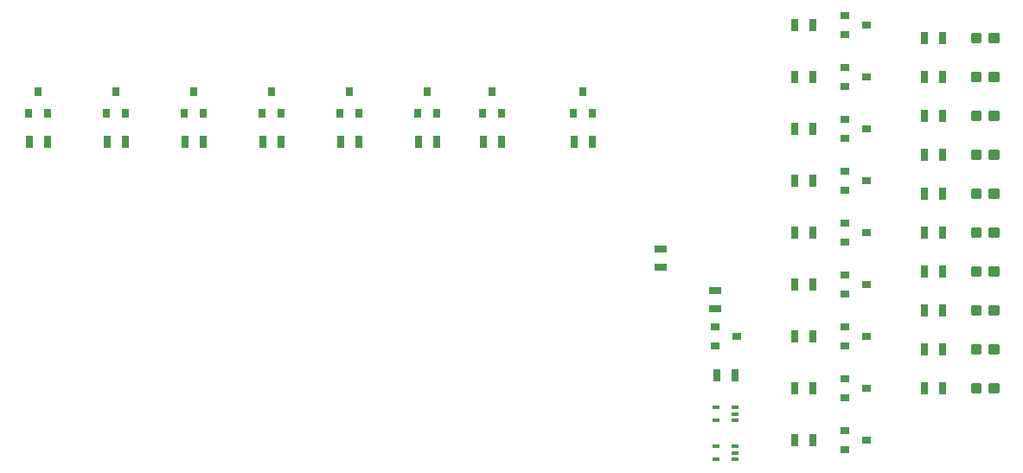
<source format=gtp>
G75*
%MOIN*%
%OFA0B0*%
%FSLAX25Y25*%
%IPPOS*%
%LPD*%
%AMOC8*
5,1,8,0,0,1.08239X$1,22.5*
%
%ADD10C,0.01181*%
%ADD11R,0.03543X0.03150*%
%ADD12R,0.03150X0.04724*%
%ADD13R,0.03150X0.03543*%
%ADD14R,0.04724X0.03150*%
%ADD15R,0.02756X0.01654*%
D10*
X0383925Y0039622D02*
X0383925Y0042378D01*
X0383925Y0039622D02*
X0381169Y0039622D01*
X0381169Y0042378D01*
X0383925Y0042378D01*
X0383925Y0040802D02*
X0381169Y0040802D01*
X0381169Y0041982D02*
X0383925Y0041982D01*
X0390831Y0042378D02*
X0390831Y0039622D01*
X0388075Y0039622D01*
X0388075Y0042378D01*
X0390831Y0042378D01*
X0390831Y0040802D02*
X0388075Y0040802D01*
X0388075Y0041982D02*
X0390831Y0041982D01*
X0390831Y0054622D02*
X0390831Y0057378D01*
X0390831Y0054622D02*
X0388075Y0054622D01*
X0388075Y0057378D01*
X0390831Y0057378D01*
X0390831Y0055802D02*
X0388075Y0055802D01*
X0388075Y0056982D02*
X0390831Y0056982D01*
X0383925Y0057378D02*
X0383925Y0054622D01*
X0381169Y0054622D01*
X0381169Y0057378D01*
X0383925Y0057378D01*
X0383925Y0055802D02*
X0381169Y0055802D01*
X0381169Y0056982D02*
X0383925Y0056982D01*
X0383925Y0069622D02*
X0383925Y0072378D01*
X0383925Y0069622D02*
X0381169Y0069622D01*
X0381169Y0072378D01*
X0383925Y0072378D01*
X0383925Y0070802D02*
X0381169Y0070802D01*
X0381169Y0071982D02*
X0383925Y0071982D01*
X0390831Y0072378D02*
X0390831Y0069622D01*
X0388075Y0069622D01*
X0388075Y0072378D01*
X0390831Y0072378D01*
X0390831Y0070802D02*
X0388075Y0070802D01*
X0388075Y0071982D02*
X0390831Y0071982D01*
X0390831Y0084622D02*
X0390831Y0087378D01*
X0390831Y0084622D02*
X0388075Y0084622D01*
X0388075Y0087378D01*
X0390831Y0087378D01*
X0390831Y0085802D02*
X0388075Y0085802D01*
X0388075Y0086982D02*
X0390831Y0086982D01*
X0383925Y0087378D02*
X0383925Y0084622D01*
X0381169Y0084622D01*
X0381169Y0087378D01*
X0383925Y0087378D01*
X0383925Y0085802D02*
X0381169Y0085802D01*
X0381169Y0086982D02*
X0383925Y0086982D01*
X0383925Y0099622D02*
X0383925Y0102378D01*
X0383925Y0099622D02*
X0381169Y0099622D01*
X0381169Y0102378D01*
X0383925Y0102378D01*
X0383925Y0100802D02*
X0381169Y0100802D01*
X0381169Y0101982D02*
X0383925Y0101982D01*
X0390831Y0102378D02*
X0390831Y0099622D01*
X0388075Y0099622D01*
X0388075Y0102378D01*
X0390831Y0102378D01*
X0390831Y0100802D02*
X0388075Y0100802D01*
X0388075Y0101982D02*
X0390831Y0101982D01*
X0390831Y0114622D02*
X0390831Y0117378D01*
X0390831Y0114622D02*
X0388075Y0114622D01*
X0388075Y0117378D01*
X0390831Y0117378D01*
X0390831Y0115802D02*
X0388075Y0115802D01*
X0388075Y0116982D02*
X0390831Y0116982D01*
X0383925Y0117378D02*
X0383925Y0114622D01*
X0381169Y0114622D01*
X0381169Y0117378D01*
X0383925Y0117378D01*
X0383925Y0115802D02*
X0381169Y0115802D01*
X0381169Y0116982D02*
X0383925Y0116982D01*
X0383925Y0129622D02*
X0383925Y0132378D01*
X0383925Y0129622D02*
X0381169Y0129622D01*
X0381169Y0132378D01*
X0383925Y0132378D01*
X0383925Y0130802D02*
X0381169Y0130802D01*
X0381169Y0131982D02*
X0383925Y0131982D01*
X0390831Y0132378D02*
X0390831Y0129622D01*
X0388075Y0129622D01*
X0388075Y0132378D01*
X0390831Y0132378D01*
X0390831Y0130802D02*
X0388075Y0130802D01*
X0388075Y0131982D02*
X0390831Y0131982D01*
X0390831Y0144622D02*
X0390831Y0147378D01*
X0390831Y0144622D02*
X0388075Y0144622D01*
X0388075Y0147378D01*
X0390831Y0147378D01*
X0390831Y0145802D02*
X0388075Y0145802D01*
X0388075Y0146982D02*
X0390831Y0146982D01*
X0383925Y0147378D02*
X0383925Y0144622D01*
X0381169Y0144622D01*
X0381169Y0147378D01*
X0383925Y0147378D01*
X0383925Y0145802D02*
X0381169Y0145802D01*
X0381169Y0146982D02*
X0383925Y0146982D01*
X0383925Y0159622D02*
X0383925Y0162378D01*
X0383925Y0159622D02*
X0381169Y0159622D01*
X0381169Y0162378D01*
X0383925Y0162378D01*
X0383925Y0160802D02*
X0381169Y0160802D01*
X0381169Y0161982D02*
X0383925Y0161982D01*
X0390831Y0162378D02*
X0390831Y0159622D01*
X0388075Y0159622D01*
X0388075Y0162378D01*
X0390831Y0162378D01*
X0390831Y0160802D02*
X0388075Y0160802D01*
X0388075Y0161982D02*
X0390831Y0161982D01*
X0390831Y0174622D02*
X0390831Y0177378D01*
X0390831Y0174622D02*
X0388075Y0174622D01*
X0388075Y0177378D01*
X0390831Y0177378D01*
X0390831Y0175802D02*
X0388075Y0175802D01*
X0388075Y0176982D02*
X0390831Y0176982D01*
X0383925Y0177378D02*
X0383925Y0174622D01*
X0381169Y0174622D01*
X0381169Y0177378D01*
X0383925Y0177378D01*
X0383925Y0175802D02*
X0381169Y0175802D01*
X0381169Y0176982D02*
X0383925Y0176982D01*
D11*
X0340331Y0181000D03*
X0332063Y0184740D03*
X0332063Y0177260D03*
X0332063Y0164740D03*
X0340331Y0161000D03*
X0332063Y0157260D03*
X0332063Y0144740D03*
X0340331Y0141000D03*
X0332063Y0137260D03*
X0332063Y0124740D03*
X0340331Y0121000D03*
X0332063Y0117260D03*
X0332063Y0104740D03*
X0340331Y0101000D03*
X0332063Y0097260D03*
X0332063Y0084740D03*
X0340331Y0081000D03*
X0332063Y0077260D03*
X0332063Y0064740D03*
X0340331Y0061000D03*
X0332063Y0057260D03*
X0332063Y0044740D03*
X0340331Y0041000D03*
X0332063Y0037260D03*
X0332063Y0024740D03*
X0340331Y0021000D03*
X0332063Y0017260D03*
X0282063Y0057260D03*
X0290331Y0061000D03*
X0282063Y0064740D03*
D12*
X0017457Y0136000D03*
X0024543Y0136000D03*
X0047457Y0136000D03*
X0054543Y0136000D03*
X0077457Y0136000D03*
X0084543Y0136000D03*
X0107457Y0136000D03*
X0114543Y0136000D03*
X0137457Y0136000D03*
X0144543Y0136000D03*
X0167457Y0136000D03*
X0174543Y0136000D03*
X0192457Y0136000D03*
X0199543Y0136000D03*
X0227457Y0136000D03*
X0234543Y0136000D03*
X0312457Y0141000D03*
X0319543Y0141000D03*
X0319543Y0121000D03*
X0312457Y0121000D03*
X0312457Y0101000D03*
X0319543Y0101000D03*
X0319543Y0081000D03*
X0312457Y0081000D03*
X0312457Y0061000D03*
X0319543Y0061000D03*
X0289543Y0046000D03*
X0282457Y0046000D03*
X0312457Y0041000D03*
X0319543Y0041000D03*
X0319543Y0021000D03*
X0312457Y0021000D03*
X0362457Y0041000D03*
X0369543Y0041000D03*
X0369543Y0056000D03*
X0362457Y0056000D03*
X0362457Y0071000D03*
X0369543Y0071000D03*
X0369543Y0086000D03*
X0362457Y0086000D03*
X0362457Y0101000D03*
X0369543Y0101000D03*
X0369543Y0116000D03*
X0362457Y0116000D03*
X0362457Y0131000D03*
X0369543Y0131000D03*
X0369543Y0146000D03*
X0362457Y0146000D03*
X0362457Y0161000D03*
X0369543Y0161000D03*
X0369543Y0176000D03*
X0362457Y0176000D03*
X0319543Y0181000D03*
X0312457Y0181000D03*
X0312457Y0161000D03*
X0319543Y0161000D03*
D13*
X0234740Y0147063D03*
X0227260Y0147063D03*
X0231000Y0155331D03*
X0199740Y0147063D03*
X0192260Y0147063D03*
X0196000Y0155331D03*
X0174740Y0147063D03*
X0167260Y0147063D03*
X0171000Y0155331D03*
X0144740Y0147063D03*
X0137260Y0147063D03*
X0141000Y0155331D03*
X0114740Y0147063D03*
X0107260Y0147063D03*
X0111000Y0155331D03*
X0084740Y0147063D03*
X0077260Y0147063D03*
X0081000Y0155331D03*
X0054740Y0147063D03*
X0047260Y0147063D03*
X0051000Y0155331D03*
X0024740Y0147063D03*
X0017260Y0147063D03*
X0021000Y0155331D03*
D14*
X0261000Y0094543D03*
X0261000Y0087457D03*
X0282000Y0078543D03*
X0282000Y0071457D03*
D15*
X0282260Y0033559D03*
X0282260Y0028441D03*
X0289740Y0028441D03*
X0289740Y0031000D03*
X0289740Y0033559D03*
X0289740Y0018559D03*
X0289740Y0016000D03*
X0289740Y0013441D03*
X0282260Y0013441D03*
X0282260Y0018559D03*
M02*

</source>
